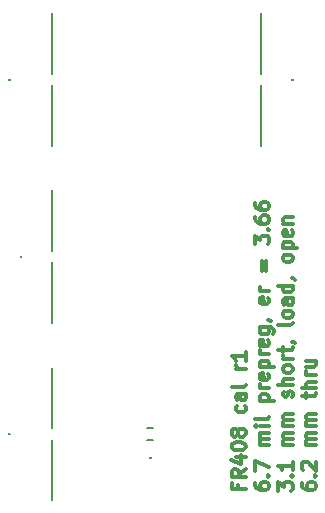
<source format=gto>
G04 #@! TF.FileFunction,Legend,Top*
%FSLAX46Y46*%
G04 Gerber Fmt 4.6, Leading zero omitted, Abs format (unit mm)*
G04 Created by KiCad (PCBNEW 4.0.2-stable) date Tue May 10 00:23:55 2016*
%MOMM*%
G01*
G04 APERTURE LIST*
%ADD10C,0.100000*%
%ADD11C,0.300000*%
%ADD12C,0.150000*%
%ADD13C,0.000250*%
G04 APERTURE END LIST*
D10*
D11*
X154444286Y-109314286D02*
X154444286Y-109714286D01*
X155072857Y-109714286D02*
X153872857Y-109714286D01*
X153872857Y-109142857D01*
X155072857Y-108000000D02*
X154501429Y-108400000D01*
X155072857Y-108685715D02*
X153872857Y-108685715D01*
X153872857Y-108228572D01*
X153930000Y-108114286D01*
X153987143Y-108057143D01*
X154101429Y-108000000D01*
X154272857Y-108000000D01*
X154387143Y-108057143D01*
X154444286Y-108114286D01*
X154501429Y-108228572D01*
X154501429Y-108685715D01*
X154272857Y-106971429D02*
X155072857Y-106971429D01*
X153815714Y-107257143D02*
X154672857Y-107542858D01*
X154672857Y-106800000D01*
X153872857Y-106114286D02*
X153872857Y-106000001D01*
X153930000Y-105885715D01*
X153987143Y-105828572D01*
X154101429Y-105771429D01*
X154330000Y-105714286D01*
X154615714Y-105714286D01*
X154844286Y-105771429D01*
X154958571Y-105828572D01*
X155015714Y-105885715D01*
X155072857Y-106000001D01*
X155072857Y-106114286D01*
X155015714Y-106228572D01*
X154958571Y-106285715D01*
X154844286Y-106342858D01*
X154615714Y-106400001D01*
X154330000Y-106400001D01*
X154101429Y-106342858D01*
X153987143Y-106285715D01*
X153930000Y-106228572D01*
X153872857Y-106114286D01*
X154387143Y-105028572D02*
X154330000Y-105142858D01*
X154272857Y-105200001D01*
X154158571Y-105257144D01*
X154101429Y-105257144D01*
X153987143Y-105200001D01*
X153930000Y-105142858D01*
X153872857Y-105028572D01*
X153872857Y-104800001D01*
X153930000Y-104685715D01*
X153987143Y-104628572D01*
X154101429Y-104571429D01*
X154158571Y-104571429D01*
X154272857Y-104628572D01*
X154330000Y-104685715D01*
X154387143Y-104800001D01*
X154387143Y-105028572D01*
X154444286Y-105142858D01*
X154501429Y-105200001D01*
X154615714Y-105257144D01*
X154844286Y-105257144D01*
X154958571Y-105200001D01*
X155015714Y-105142858D01*
X155072857Y-105028572D01*
X155072857Y-104800001D01*
X155015714Y-104685715D01*
X154958571Y-104628572D01*
X154844286Y-104571429D01*
X154615714Y-104571429D01*
X154501429Y-104628572D01*
X154444286Y-104685715D01*
X154387143Y-104800001D01*
X155015714Y-102628572D02*
X155072857Y-102742858D01*
X155072857Y-102971429D01*
X155015714Y-103085715D01*
X154958571Y-103142858D01*
X154844286Y-103200001D01*
X154501429Y-103200001D01*
X154387143Y-103142858D01*
X154330000Y-103085715D01*
X154272857Y-102971429D01*
X154272857Y-102742858D01*
X154330000Y-102628572D01*
X155072857Y-101600001D02*
X154444286Y-101600001D01*
X154330000Y-101657144D01*
X154272857Y-101771430D01*
X154272857Y-102000001D01*
X154330000Y-102114287D01*
X155015714Y-101600001D02*
X155072857Y-101714287D01*
X155072857Y-102000001D01*
X155015714Y-102114287D01*
X154901429Y-102171430D01*
X154787143Y-102171430D01*
X154672857Y-102114287D01*
X154615714Y-102000001D01*
X154615714Y-101714287D01*
X154558571Y-101600001D01*
X155072857Y-100857144D02*
X155015714Y-100971430D01*
X154901429Y-101028573D01*
X153872857Y-101028573D01*
X155072857Y-99485716D02*
X154272857Y-99485716D01*
X154501429Y-99485716D02*
X154387143Y-99428573D01*
X154330000Y-99371430D01*
X154272857Y-99257144D01*
X154272857Y-99142859D01*
X155072857Y-98114287D02*
X155072857Y-98800002D01*
X155072857Y-98457144D02*
X153872857Y-98457144D01*
X154044286Y-98571430D01*
X154158571Y-98685716D01*
X154215714Y-98800002D01*
X155852857Y-109200000D02*
X155852857Y-109428571D01*
X155910000Y-109542857D01*
X155967143Y-109600000D01*
X156138571Y-109714286D01*
X156367143Y-109771429D01*
X156824286Y-109771429D01*
X156938571Y-109714286D01*
X156995714Y-109657143D01*
X157052857Y-109542857D01*
X157052857Y-109314286D01*
X156995714Y-109200000D01*
X156938571Y-109142857D01*
X156824286Y-109085714D01*
X156538571Y-109085714D01*
X156424286Y-109142857D01*
X156367143Y-109200000D01*
X156310000Y-109314286D01*
X156310000Y-109542857D01*
X156367143Y-109657143D01*
X156424286Y-109714286D01*
X156538571Y-109771429D01*
X156938571Y-108571429D02*
X156995714Y-108514286D01*
X157052857Y-108571429D01*
X156995714Y-108628572D01*
X156938571Y-108571429D01*
X157052857Y-108571429D01*
X155852857Y-108114285D02*
X155852857Y-107314285D01*
X157052857Y-107828571D01*
X157052857Y-105942857D02*
X156252857Y-105942857D01*
X156367143Y-105942857D02*
X156310000Y-105885714D01*
X156252857Y-105771428D01*
X156252857Y-105600000D01*
X156310000Y-105485714D01*
X156424286Y-105428571D01*
X157052857Y-105428571D01*
X156424286Y-105428571D02*
X156310000Y-105371428D01*
X156252857Y-105257142D01*
X156252857Y-105085714D01*
X156310000Y-104971428D01*
X156424286Y-104914285D01*
X157052857Y-104914285D01*
X157052857Y-104342857D02*
X156252857Y-104342857D01*
X155852857Y-104342857D02*
X155910000Y-104400000D01*
X155967143Y-104342857D01*
X155910000Y-104285714D01*
X155852857Y-104342857D01*
X155967143Y-104342857D01*
X157052857Y-103599999D02*
X156995714Y-103714285D01*
X156881429Y-103771428D01*
X155852857Y-103771428D01*
X156252857Y-102228571D02*
X157452857Y-102228571D01*
X156310000Y-102228571D02*
X156252857Y-102114285D01*
X156252857Y-101885714D01*
X156310000Y-101771428D01*
X156367143Y-101714285D01*
X156481429Y-101657142D01*
X156824286Y-101657142D01*
X156938571Y-101714285D01*
X156995714Y-101771428D01*
X157052857Y-101885714D01*
X157052857Y-102114285D01*
X156995714Y-102228571D01*
X157052857Y-101142857D02*
X156252857Y-101142857D01*
X156481429Y-101142857D02*
X156367143Y-101085714D01*
X156310000Y-101028571D01*
X156252857Y-100914285D01*
X156252857Y-100800000D01*
X156995714Y-99942857D02*
X157052857Y-100057143D01*
X157052857Y-100285714D01*
X156995714Y-100400000D01*
X156881429Y-100457143D01*
X156424286Y-100457143D01*
X156310000Y-100400000D01*
X156252857Y-100285714D01*
X156252857Y-100057143D01*
X156310000Y-99942857D01*
X156424286Y-99885714D01*
X156538571Y-99885714D01*
X156652857Y-100457143D01*
X156252857Y-99371429D02*
X157452857Y-99371429D01*
X156310000Y-99371429D02*
X156252857Y-99257143D01*
X156252857Y-99028572D01*
X156310000Y-98914286D01*
X156367143Y-98857143D01*
X156481429Y-98800000D01*
X156824286Y-98800000D01*
X156938571Y-98857143D01*
X156995714Y-98914286D01*
X157052857Y-99028572D01*
X157052857Y-99257143D01*
X156995714Y-99371429D01*
X157052857Y-98285715D02*
X156252857Y-98285715D01*
X156481429Y-98285715D02*
X156367143Y-98228572D01*
X156310000Y-98171429D01*
X156252857Y-98057143D01*
X156252857Y-97942858D01*
X156995714Y-97085715D02*
X157052857Y-97200001D01*
X157052857Y-97428572D01*
X156995714Y-97542858D01*
X156881429Y-97600001D01*
X156424286Y-97600001D01*
X156310000Y-97542858D01*
X156252857Y-97428572D01*
X156252857Y-97200001D01*
X156310000Y-97085715D01*
X156424286Y-97028572D01*
X156538571Y-97028572D01*
X156652857Y-97600001D01*
X156252857Y-96000001D02*
X157224286Y-96000001D01*
X157338571Y-96057144D01*
X157395714Y-96114287D01*
X157452857Y-96228572D01*
X157452857Y-96400001D01*
X157395714Y-96514287D01*
X156995714Y-96000001D02*
X157052857Y-96114287D01*
X157052857Y-96342858D01*
X156995714Y-96457144D01*
X156938571Y-96514287D01*
X156824286Y-96571430D01*
X156481429Y-96571430D01*
X156367143Y-96514287D01*
X156310000Y-96457144D01*
X156252857Y-96342858D01*
X156252857Y-96114287D01*
X156310000Y-96000001D01*
X156995714Y-95371430D02*
X157052857Y-95371430D01*
X157167143Y-95428573D01*
X157224286Y-95485716D01*
X156995714Y-93485715D02*
X157052857Y-93600001D01*
X157052857Y-93828572D01*
X156995714Y-93942858D01*
X156881429Y-94000001D01*
X156424286Y-94000001D01*
X156310000Y-93942858D01*
X156252857Y-93828572D01*
X156252857Y-93600001D01*
X156310000Y-93485715D01*
X156424286Y-93428572D01*
X156538571Y-93428572D01*
X156652857Y-94000001D01*
X157052857Y-92914287D02*
X156252857Y-92914287D01*
X156481429Y-92914287D02*
X156367143Y-92857144D01*
X156310000Y-92800001D01*
X156252857Y-92685715D01*
X156252857Y-92571430D01*
X156424286Y-91257144D02*
X156424286Y-90342858D01*
X156767143Y-90342858D02*
X156767143Y-91257144D01*
X155852857Y-88971429D02*
X155852857Y-88228572D01*
X156310000Y-88628572D01*
X156310000Y-88457144D01*
X156367143Y-88342858D01*
X156424286Y-88285715D01*
X156538571Y-88228572D01*
X156824286Y-88228572D01*
X156938571Y-88285715D01*
X156995714Y-88342858D01*
X157052857Y-88457144D01*
X157052857Y-88800001D01*
X156995714Y-88914287D01*
X156938571Y-88971429D01*
X156938571Y-87714287D02*
X156995714Y-87657144D01*
X157052857Y-87714287D01*
X156995714Y-87771430D01*
X156938571Y-87714287D01*
X157052857Y-87714287D01*
X155852857Y-86628572D02*
X155852857Y-86857143D01*
X155910000Y-86971429D01*
X155967143Y-87028572D01*
X156138571Y-87142858D01*
X156367143Y-87200001D01*
X156824286Y-87200001D01*
X156938571Y-87142858D01*
X156995714Y-87085715D01*
X157052857Y-86971429D01*
X157052857Y-86742858D01*
X156995714Y-86628572D01*
X156938571Y-86571429D01*
X156824286Y-86514286D01*
X156538571Y-86514286D01*
X156424286Y-86571429D01*
X156367143Y-86628572D01*
X156310000Y-86742858D01*
X156310000Y-86971429D01*
X156367143Y-87085715D01*
X156424286Y-87142858D01*
X156538571Y-87200001D01*
X155852857Y-85485715D02*
X155852857Y-85714286D01*
X155910000Y-85828572D01*
X155967143Y-85885715D01*
X156138571Y-86000001D01*
X156367143Y-86057144D01*
X156824286Y-86057144D01*
X156938571Y-86000001D01*
X156995714Y-85942858D01*
X157052857Y-85828572D01*
X157052857Y-85600001D01*
X156995714Y-85485715D01*
X156938571Y-85428572D01*
X156824286Y-85371429D01*
X156538571Y-85371429D01*
X156424286Y-85428572D01*
X156367143Y-85485715D01*
X156310000Y-85600001D01*
X156310000Y-85828572D01*
X156367143Y-85942858D01*
X156424286Y-86000001D01*
X156538571Y-86057144D01*
X157832857Y-109828571D02*
X157832857Y-109085714D01*
X158290000Y-109485714D01*
X158290000Y-109314286D01*
X158347143Y-109200000D01*
X158404286Y-109142857D01*
X158518571Y-109085714D01*
X158804286Y-109085714D01*
X158918571Y-109142857D01*
X158975714Y-109200000D01*
X159032857Y-109314286D01*
X159032857Y-109657143D01*
X158975714Y-109771429D01*
X158918571Y-109828571D01*
X158918571Y-108571429D02*
X158975714Y-108514286D01*
X159032857Y-108571429D01*
X158975714Y-108628572D01*
X158918571Y-108571429D01*
X159032857Y-108571429D01*
X159032857Y-107371428D02*
X159032857Y-108057143D01*
X159032857Y-107714285D02*
X157832857Y-107714285D01*
X158004286Y-107828571D01*
X158118571Y-107942857D01*
X158175714Y-108057143D01*
X159032857Y-105942857D02*
X158232857Y-105942857D01*
X158347143Y-105942857D02*
X158290000Y-105885714D01*
X158232857Y-105771428D01*
X158232857Y-105600000D01*
X158290000Y-105485714D01*
X158404286Y-105428571D01*
X159032857Y-105428571D01*
X158404286Y-105428571D02*
X158290000Y-105371428D01*
X158232857Y-105257142D01*
X158232857Y-105085714D01*
X158290000Y-104971428D01*
X158404286Y-104914285D01*
X159032857Y-104914285D01*
X159032857Y-104342857D02*
X158232857Y-104342857D01*
X158347143Y-104342857D02*
X158290000Y-104285714D01*
X158232857Y-104171428D01*
X158232857Y-104000000D01*
X158290000Y-103885714D01*
X158404286Y-103828571D01*
X159032857Y-103828571D01*
X158404286Y-103828571D02*
X158290000Y-103771428D01*
X158232857Y-103657142D01*
X158232857Y-103485714D01*
X158290000Y-103371428D01*
X158404286Y-103314285D01*
X159032857Y-103314285D01*
X158975714Y-101885714D02*
X159032857Y-101771428D01*
X159032857Y-101542856D01*
X158975714Y-101428571D01*
X158861429Y-101371428D01*
X158804286Y-101371428D01*
X158690000Y-101428571D01*
X158632857Y-101542856D01*
X158632857Y-101714285D01*
X158575714Y-101828571D01*
X158461429Y-101885714D01*
X158404286Y-101885714D01*
X158290000Y-101828571D01*
X158232857Y-101714285D01*
X158232857Y-101542856D01*
X158290000Y-101428571D01*
X159032857Y-100857142D02*
X157832857Y-100857142D01*
X159032857Y-100342856D02*
X158404286Y-100342856D01*
X158290000Y-100399999D01*
X158232857Y-100514285D01*
X158232857Y-100685713D01*
X158290000Y-100799999D01*
X158347143Y-100857142D01*
X159032857Y-99599999D02*
X158975714Y-99714285D01*
X158918571Y-99771428D01*
X158804286Y-99828571D01*
X158461429Y-99828571D01*
X158347143Y-99771428D01*
X158290000Y-99714285D01*
X158232857Y-99599999D01*
X158232857Y-99428571D01*
X158290000Y-99314285D01*
X158347143Y-99257142D01*
X158461429Y-99199999D01*
X158804286Y-99199999D01*
X158918571Y-99257142D01*
X158975714Y-99314285D01*
X159032857Y-99428571D01*
X159032857Y-99599999D01*
X159032857Y-98685714D02*
X158232857Y-98685714D01*
X158461429Y-98685714D02*
X158347143Y-98628571D01*
X158290000Y-98571428D01*
X158232857Y-98457142D01*
X158232857Y-98342857D01*
X158232857Y-98114285D02*
X158232857Y-97657142D01*
X157832857Y-97942857D02*
X158861429Y-97942857D01*
X158975714Y-97885714D01*
X159032857Y-97771428D01*
X159032857Y-97657142D01*
X158975714Y-97200000D02*
X159032857Y-97200000D01*
X159147143Y-97257143D01*
X159204286Y-97314286D01*
X159032857Y-95599999D02*
X158975714Y-95714285D01*
X158861429Y-95771428D01*
X157832857Y-95771428D01*
X159032857Y-94971428D02*
X158975714Y-95085714D01*
X158918571Y-95142857D01*
X158804286Y-95200000D01*
X158461429Y-95200000D01*
X158347143Y-95142857D01*
X158290000Y-95085714D01*
X158232857Y-94971428D01*
X158232857Y-94800000D01*
X158290000Y-94685714D01*
X158347143Y-94628571D01*
X158461429Y-94571428D01*
X158804286Y-94571428D01*
X158918571Y-94628571D01*
X158975714Y-94685714D01*
X159032857Y-94800000D01*
X159032857Y-94971428D01*
X159032857Y-93542857D02*
X158404286Y-93542857D01*
X158290000Y-93600000D01*
X158232857Y-93714286D01*
X158232857Y-93942857D01*
X158290000Y-94057143D01*
X158975714Y-93542857D02*
X159032857Y-93657143D01*
X159032857Y-93942857D01*
X158975714Y-94057143D01*
X158861429Y-94114286D01*
X158747143Y-94114286D01*
X158632857Y-94057143D01*
X158575714Y-93942857D01*
X158575714Y-93657143D01*
X158518571Y-93542857D01*
X159032857Y-92457143D02*
X157832857Y-92457143D01*
X158975714Y-92457143D02*
X159032857Y-92571429D01*
X159032857Y-92800000D01*
X158975714Y-92914286D01*
X158918571Y-92971429D01*
X158804286Y-93028572D01*
X158461429Y-93028572D01*
X158347143Y-92971429D01*
X158290000Y-92914286D01*
X158232857Y-92800000D01*
X158232857Y-92571429D01*
X158290000Y-92457143D01*
X158975714Y-91828572D02*
X159032857Y-91828572D01*
X159147143Y-91885715D01*
X159204286Y-91942858D01*
X159032857Y-90228571D02*
X158975714Y-90342857D01*
X158918571Y-90400000D01*
X158804286Y-90457143D01*
X158461429Y-90457143D01*
X158347143Y-90400000D01*
X158290000Y-90342857D01*
X158232857Y-90228571D01*
X158232857Y-90057143D01*
X158290000Y-89942857D01*
X158347143Y-89885714D01*
X158461429Y-89828571D01*
X158804286Y-89828571D01*
X158918571Y-89885714D01*
X158975714Y-89942857D01*
X159032857Y-90057143D01*
X159032857Y-90228571D01*
X158232857Y-89314286D02*
X159432857Y-89314286D01*
X158290000Y-89314286D02*
X158232857Y-89200000D01*
X158232857Y-88971429D01*
X158290000Y-88857143D01*
X158347143Y-88800000D01*
X158461429Y-88742857D01*
X158804286Y-88742857D01*
X158918571Y-88800000D01*
X158975714Y-88857143D01*
X159032857Y-88971429D01*
X159032857Y-89200000D01*
X158975714Y-89314286D01*
X158975714Y-87771429D02*
X159032857Y-87885715D01*
X159032857Y-88114286D01*
X158975714Y-88228572D01*
X158861429Y-88285715D01*
X158404286Y-88285715D01*
X158290000Y-88228572D01*
X158232857Y-88114286D01*
X158232857Y-87885715D01*
X158290000Y-87771429D01*
X158404286Y-87714286D01*
X158518571Y-87714286D01*
X158632857Y-88285715D01*
X158232857Y-87200001D02*
X159032857Y-87200001D01*
X158347143Y-87200001D02*
X158290000Y-87142858D01*
X158232857Y-87028572D01*
X158232857Y-86857144D01*
X158290000Y-86742858D01*
X158404286Y-86685715D01*
X159032857Y-86685715D01*
X159812857Y-109200000D02*
X159812857Y-109428571D01*
X159870000Y-109542857D01*
X159927143Y-109600000D01*
X160098571Y-109714286D01*
X160327143Y-109771429D01*
X160784286Y-109771429D01*
X160898571Y-109714286D01*
X160955714Y-109657143D01*
X161012857Y-109542857D01*
X161012857Y-109314286D01*
X160955714Y-109200000D01*
X160898571Y-109142857D01*
X160784286Y-109085714D01*
X160498571Y-109085714D01*
X160384286Y-109142857D01*
X160327143Y-109200000D01*
X160270000Y-109314286D01*
X160270000Y-109542857D01*
X160327143Y-109657143D01*
X160384286Y-109714286D01*
X160498571Y-109771429D01*
X160898571Y-108571429D02*
X160955714Y-108514286D01*
X161012857Y-108571429D01*
X160955714Y-108628572D01*
X160898571Y-108571429D01*
X161012857Y-108571429D01*
X159927143Y-108057143D02*
X159870000Y-108000000D01*
X159812857Y-107885714D01*
X159812857Y-107600000D01*
X159870000Y-107485714D01*
X159927143Y-107428571D01*
X160041429Y-107371428D01*
X160155714Y-107371428D01*
X160327143Y-107428571D01*
X161012857Y-108114285D01*
X161012857Y-107371428D01*
X161012857Y-105942857D02*
X160212857Y-105942857D01*
X160327143Y-105942857D02*
X160270000Y-105885714D01*
X160212857Y-105771428D01*
X160212857Y-105600000D01*
X160270000Y-105485714D01*
X160384286Y-105428571D01*
X161012857Y-105428571D01*
X160384286Y-105428571D02*
X160270000Y-105371428D01*
X160212857Y-105257142D01*
X160212857Y-105085714D01*
X160270000Y-104971428D01*
X160384286Y-104914285D01*
X161012857Y-104914285D01*
X161012857Y-104342857D02*
X160212857Y-104342857D01*
X160327143Y-104342857D02*
X160270000Y-104285714D01*
X160212857Y-104171428D01*
X160212857Y-104000000D01*
X160270000Y-103885714D01*
X160384286Y-103828571D01*
X161012857Y-103828571D01*
X160384286Y-103828571D02*
X160270000Y-103771428D01*
X160212857Y-103657142D01*
X160212857Y-103485714D01*
X160270000Y-103371428D01*
X160384286Y-103314285D01*
X161012857Y-103314285D01*
X160212857Y-101999999D02*
X160212857Y-101542856D01*
X159812857Y-101828571D02*
X160841429Y-101828571D01*
X160955714Y-101771428D01*
X161012857Y-101657142D01*
X161012857Y-101542856D01*
X161012857Y-101142857D02*
X159812857Y-101142857D01*
X161012857Y-100628571D02*
X160384286Y-100628571D01*
X160270000Y-100685714D01*
X160212857Y-100800000D01*
X160212857Y-100971428D01*
X160270000Y-101085714D01*
X160327143Y-101142857D01*
X161012857Y-100057143D02*
X160212857Y-100057143D01*
X160441429Y-100057143D02*
X160327143Y-100000000D01*
X160270000Y-99942857D01*
X160212857Y-99828571D01*
X160212857Y-99714286D01*
X160212857Y-98800000D02*
X161012857Y-98800000D01*
X160212857Y-99314286D02*
X160841429Y-99314286D01*
X160955714Y-99257143D01*
X161012857Y-99142857D01*
X161012857Y-98971429D01*
X160955714Y-98857143D01*
X160898571Y-98800000D01*
D12*
X146700000Y-105525000D02*
X147200000Y-105525000D01*
X147200000Y-104475000D02*
X146700000Y-104475000D01*
X138650000Y-89500000D02*
X138650000Y-84400000D01*
X138650000Y-95600000D02*
X138650000Y-90500000D01*
X138650000Y-74500000D02*
X138650000Y-69400000D01*
X138650000Y-80600000D02*
X138650000Y-75500000D01*
X138650000Y-104500000D02*
X138650000Y-99400000D01*
X138650000Y-110600000D02*
X138650000Y-105500000D01*
X156350000Y-75500000D02*
X156350000Y-80600000D01*
X156350000Y-69400000D02*
X156350000Y-74500000D01*
D13*
X146933333Y-107045238D02*
X146900000Y-106997619D01*
X146876191Y-107045238D02*
X146876191Y-106945238D01*
X146914286Y-106945238D01*
X146923810Y-106950000D01*
X146928571Y-106954762D01*
X146933333Y-106964286D01*
X146933333Y-106978571D01*
X146928571Y-106988095D01*
X146923810Y-106992857D01*
X146914286Y-106997619D01*
X146876191Y-106997619D01*
X146971429Y-106954762D02*
X146976191Y-106950000D01*
X146985714Y-106945238D01*
X147009524Y-106945238D01*
X147019048Y-106950000D01*
X147023810Y-106954762D01*
X147028571Y-106964286D01*
X147028571Y-106973810D01*
X147023810Y-106988095D01*
X146966667Y-107045238D01*
X147028571Y-107045238D01*
X135923810Y-89945238D02*
X135923810Y-90026190D01*
X135928571Y-90035714D01*
X135933333Y-90040476D01*
X135942857Y-90045238D01*
X135961905Y-90045238D01*
X135971429Y-90040476D01*
X135976190Y-90035714D01*
X135980952Y-90026190D01*
X135980952Y-89945238D01*
X136080952Y-90045238D02*
X136023810Y-90045238D01*
X136052381Y-90045238D02*
X136052381Y-89945238D01*
X136042857Y-89959524D01*
X136033333Y-89969048D01*
X136023810Y-89973810D01*
X134923810Y-74945238D02*
X134923810Y-75026190D01*
X134928571Y-75035714D01*
X134933333Y-75040476D01*
X134942857Y-75045238D01*
X134961905Y-75045238D01*
X134971429Y-75040476D01*
X134976190Y-75035714D01*
X134980952Y-75026190D01*
X134980952Y-74945238D01*
X135023810Y-74954762D02*
X135028572Y-74950000D01*
X135038095Y-74945238D01*
X135061905Y-74945238D01*
X135071429Y-74950000D01*
X135076191Y-74954762D01*
X135080952Y-74964286D01*
X135080952Y-74973810D01*
X135076191Y-74988095D01*
X135019048Y-75045238D01*
X135080952Y-75045238D01*
X134923810Y-104945238D02*
X134923810Y-105026190D01*
X134928571Y-105035714D01*
X134933333Y-105040476D01*
X134942857Y-105045238D01*
X134961905Y-105045238D01*
X134971429Y-105040476D01*
X134976190Y-105035714D01*
X134980952Y-105026190D01*
X134980952Y-104945238D01*
X135071429Y-104978571D02*
X135071429Y-105045238D01*
X135047619Y-104940476D02*
X135023810Y-105011905D01*
X135085714Y-105011905D01*
X158923810Y-74945238D02*
X158923810Y-75026190D01*
X158928571Y-75035714D01*
X158933333Y-75040476D01*
X158942857Y-75045238D01*
X158961905Y-75045238D01*
X158971429Y-75040476D01*
X158976190Y-75035714D01*
X158980952Y-75026190D01*
X158980952Y-74945238D01*
X159076191Y-74945238D02*
X159028572Y-74945238D01*
X159023810Y-74992857D01*
X159028572Y-74988095D01*
X159038095Y-74983333D01*
X159061905Y-74983333D01*
X159071429Y-74988095D01*
X159076191Y-74992857D01*
X159080952Y-75002381D01*
X159080952Y-75026190D01*
X159076191Y-75035714D01*
X159071429Y-75040476D01*
X159061905Y-75045238D01*
X159038095Y-75045238D01*
X159028572Y-75040476D01*
X159023810Y-75035714D01*
M02*

</source>
